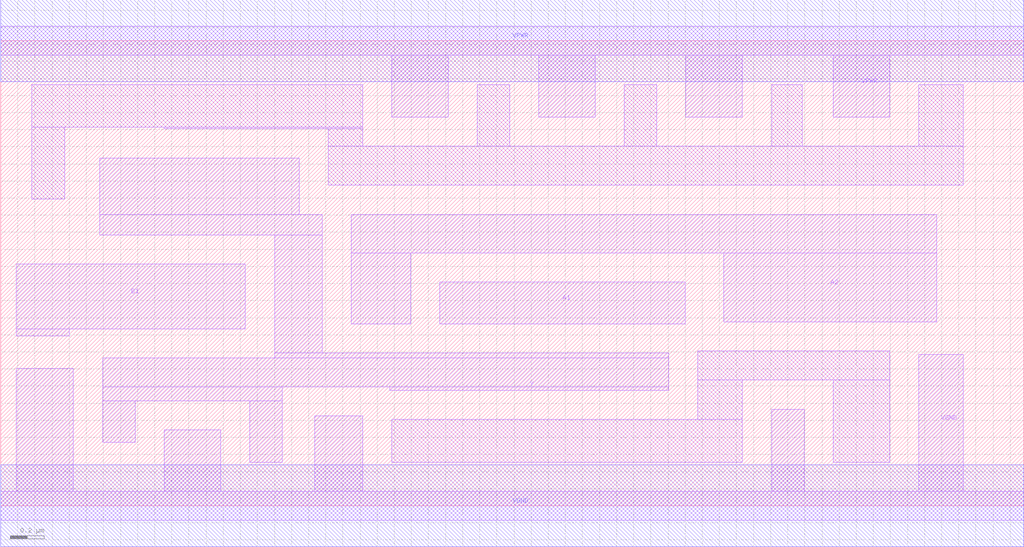
<source format=lef>
# Copyright 2020 The SkyWater PDK Authors
#
# Licensed under the Apache License, Version 2.0 (the "License");
# you may not use this file except in compliance with the License.
# You may obtain a copy of the License at
#
#     https://www.apache.org/licenses/LICENSE-2.0
#
# Unless required by applicable law or agreed to in writing, software
# distributed under the License is distributed on an "AS IS" BASIS,
# WITHOUT WARRANTIES OR CONDITIONS OF ANY KIND, either express or implied.
# See the License for the specific language governing permissions and
# limitations under the License.
#
# SPDX-License-Identifier: Apache-2.0

VERSION 5.5 ;
NAMESCASESENSITIVE ON ;
BUSBITCHARS "[]" ;
DIVIDERCHAR "/" ;
MACRO sky130_fd_sc_hd__a21oi_4
  CLASS CORE ;
  SOURCE USER ;
  ORIGIN  0.000000  0.000000 ;
  SIZE  5.980000 BY  2.720000 ;
  SYMMETRY X Y R90 ;
  SITE unithd ;
  PIN A1
    ANTENNAGATEAREA  0.990000 ;
    DIRECTION INPUT ;
    USE SIGNAL ;
    PORT
      LAYER li1 ;
        RECT 2.565000 1.065000 4.000000 1.310000 ;
    END
  END A1
  PIN A2
    ANTENNAGATEAREA  0.990000 ;
    DIRECTION INPUT ;
    USE SIGNAL ;
    PORT
      LAYER li1 ;
        RECT 2.050000 1.065000 2.395000 1.480000 ;
        RECT 2.050000 1.480000 5.470000 1.705000 ;
        RECT 4.225000 1.075000 5.470000 1.480000 ;
    END
  END A2
  PIN B1
    ANTENNAGATEAREA  0.990000 ;
    DIRECTION INPUT ;
    USE SIGNAL ;
    PORT
      LAYER li1 ;
        RECT 0.090000 0.995000 0.400000 1.035000 ;
        RECT 0.090000 1.035000 1.430000 1.415000 ;
    END
  END B1
  PIN Y
    ANTENNADIFFAREA  1.288000 ;
    DIRECTION OUTPUT ;
    USE SIGNAL ;
    PORT
      LAYER li1 ;
        RECT 0.580000 1.585000 1.880000 1.705000 ;
        RECT 0.580000 1.705000 1.745000 2.035000 ;
        RECT 0.595000 0.370000 0.785000 0.615000 ;
        RECT 0.595000 0.615000 1.645000 0.695000 ;
        RECT 0.595000 0.695000 3.905000 0.865000 ;
        RECT 1.455000 0.255000 1.645000 0.615000 ;
        RECT 1.600000 0.865000 3.905000 0.895000 ;
        RECT 1.600000 0.895000 1.880000 1.585000 ;
        RECT 2.275000 0.675000 3.905000 0.695000 ;
    END
  END Y
  PIN VGND
    DIRECTION INOUT ;
    SHAPE ABUTMENT ;
    USE GROUND ;
    PORT
      LAYER li1 ;
        RECT 0.000000 -0.085000 5.980000 0.085000 ;
        RECT 0.090000  0.085000 0.425000 0.805000 ;
        RECT 0.955000  0.085000 1.285000 0.445000 ;
        RECT 1.835000  0.085000 2.115000 0.525000 ;
        RECT 4.505000  0.085000 4.695000 0.565000 ;
        RECT 5.365000  0.085000 5.625000 0.885000 ;
    END
    PORT
      LAYER met1 ;
        RECT 0.000000 -0.240000 5.980000 0.240000 ;
    END
  END VGND
  PIN VNB
    DIRECTION INOUT ;
    USE GROUND ;
    PORT
    END
  END VNB
  PIN VPB
    DIRECTION INOUT ;
    USE POWER ;
    PORT
    END
  END VPB
  PIN VPWR
    DIRECTION INOUT ;
    SHAPE ABUTMENT ;
    USE POWER ;
    PORT
      LAYER li1 ;
        RECT 0.000000 2.635000 5.980000 2.805000 ;
        RECT 2.285000 2.275000 2.615000 2.635000 ;
        RECT 3.145000 2.275000 3.475000 2.635000 ;
        RECT 4.005000 2.275000 4.335000 2.635000 ;
        RECT 4.865000 2.275000 5.195000 2.635000 ;
    END
    PORT
      LAYER met1 ;
        RECT 0.000000 2.480000 5.980000 2.960000 ;
    END
  END VPWR
  OBS
    LAYER li1 ;
      RECT 0.180000 1.795000 0.375000 2.215000 ;
      RECT 0.180000 2.215000 2.115000 2.465000 ;
      RECT 0.955000 2.205000 2.115000 2.215000 ;
      RECT 1.915000 1.875000 5.625000 2.105000 ;
      RECT 1.915000 2.105000 2.115000 2.205000 ;
      RECT 2.285000 0.255000 4.335000 0.505000 ;
      RECT 2.785000 2.105000 2.975000 2.465000 ;
      RECT 3.645000 2.105000 3.835000 2.465000 ;
      RECT 4.075000 0.505000 4.335000 0.735000 ;
      RECT 4.075000 0.735000 5.195000 0.905000 ;
      RECT 4.505000 2.105000 4.685000 2.465000 ;
      RECT 4.865000 0.255000 5.195000 0.735000 ;
      RECT 5.365000 2.105000 5.625000 2.465000 ;
  END
END sky130_fd_sc_hd__a21oi_4
END LIBRARY

</source>
